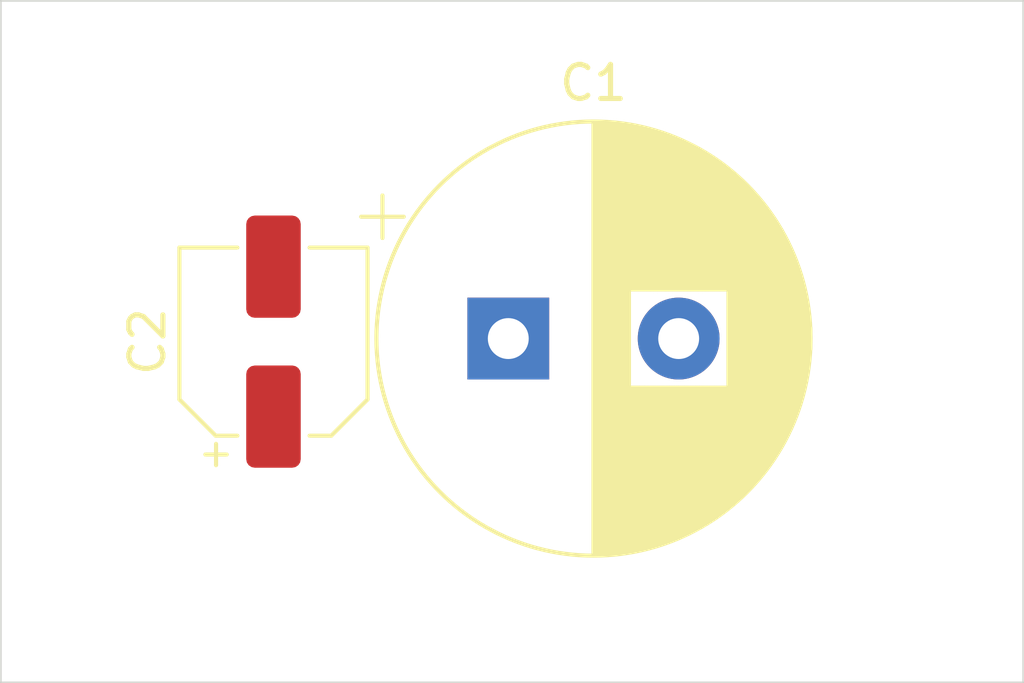
<source format=kicad_pcb>
(kicad_pcb (version 20211014) (generator pcbnew)
  (layers (0 "F.Cu" signal) (31 "B.Cu" signal) (34 "B.Paste" user) (35 "F.Paste" user) (36 "B.SilkS" user "B.Silkscreen") (37 "F.SilkS" user "F.Silkscreen") (38 "B.Mask" user) (39 "F.Mask" user) (44 "Edge.Cuts" user))
  (net 0 "")
  (footprint "Capacitor_SMD:CP_Elec_5x5.7" (layer "F.Cu") (at 108 80 90)
    (fp_text reference "C2" (at 0 -3.7 90) (layer "F.SilkS"))
    (fp_text value "CP_Elec_5x5.7")
    (fp_line (start -2.76 1.695563) (end -1.695563 2.76) (layer "F.SilkS") (width 0.12))
    (fp_line (start -2.76 1.695563) (end -2.76 1.06) (layer "F.SilkS") (width 0.12))
    (fp_line (start -3.625 -1.685) (end -3 -1.685) (layer "F.SilkS") (width 0.12))
    (fp_line (start -2.76 -1.695563) (end -1.695563 -2.76) (layer "F.SilkS") (width 0.12))
    (fp_line (start -1.695563 -2.76) (end 2.76 -2.76) (layer "F.SilkS") (width 0.12))
    (fp_line (start -3.3125 -1.9975) (end -3.3125 -1.3725) (layer "F.SilkS") (width 0.12))
    (fp_line (start -1.695563 2.76) (end 2.76 2.76) (layer "F.SilkS") (width 0.12))
    (fp_line (start 2.76 -2.76) (end 2.76 -1.06) (layer "F.SilkS") (width 0.12))
    (fp_line (start 2.76 2.76) (end 2.76 1.06) (layer "F.SilkS") (width 0.12))
    (fp_line (start -2.76 -1.695563) (end -2.76 -1.06) (layer "F.SilkS") (width 0.12))
    (pad "1" smd roundrect (at -2.2 0 90) (size 3 1.6) (layers "F.Cu" "F.Paste" "F.Mask") (roundrect_rratio 0.15625))
    (pad "2" smd roundrect (at 2.2 0 90) (size 3 1.6) (layers "F.Cu" "F.Paste" "F.Mask") (roundrect_rratio 0.15625))
  )
  (footprint "Capacitor_THT:CP_Radial_D12.5mm_P5.00mm" (layer "F.Cu") (at 114.89 79.91)
    (fp_text reference "C1" (at 2.5 -7.5) (layer "F.SilkS"))
    (fp_text value "CP_Radial_D12.5mm_P5.00mm")
    (fp_line (start 3.661 1.44) (end 3.661 6.224) (layer "F.SilkS") (width 0.12))
    (fp_line (start 5.141 -5.758) (end 5.141 -1.44) (layer "F.SilkS") (width 0.12))
    (fp_line (start 2.98 -6.312) (end 2.98 6.312) (layer "F.SilkS") (width 0.12))
    (fp_line (start 5.301 -5.682) (end 5.301 -1.44) (layer "F.SilkS") (width 0.12))
    (fp_line (start 7.221 -4.238) (end 7.221 4.238) (layer "F.SilkS") (width 0.12))
    (fp_line (start 3.18 -6.294) (end 3.18 6.294) (layer "F.SilkS") (width 0.12))
    (fp_line (start 4.781 -5.908) (end 4.781 -1.44) (layer "F.SilkS") (width 0.12))
    (fp_line (start 4.501 1.44) (end 4.501 6.008) (layer "F.SilkS") (width 0.12))
    (fp_line (start 6.061 -5.243) (end 6.061 -1.44) (layer "F.SilkS") (width 0.12))
    (fp_line (start 5.381 1.44) (end 5.381 5.642) (layer "F.SilkS") (width 0.12))
    (fp_line (start 5.661 -5.491) (end 5.661 -1.44) (layer "F.SilkS") (width 0.12))
    (fp_line (start 8.221 -2.764) (end 8.221 2.764) (layer "F.SilkS") (width 0.12))
    (fp_line (start 6.541 -4.885) (end 6.541 4.885) (layer "F.SilkS") (width 0.12))
    (fp_line (start 6.221 -5.131) (end 6.221 -1.44) (layer "F.SilkS") (width 0.12))
    (fp_line (start 7.781 -3.524) (end 7.781 3.524) (layer "F.SilkS") (width 0.12))
    (fp_line (start 5.861 -5.372) (end 5.861 -1.44) (layer "F.SilkS") (width 0.12))
    (fp_line (start 5.221 -5.721) (end 5.221 -1.44) (layer "F.SilkS") (width 0.12))
    (fp_line (start -4.317082 -3.575) (end -3.067082 -3.575) (layer "F.SilkS") (width 0.12))
    (fp_line (start 5.261 -5.702) (end 5.261 -1.44) (layer "F.SilkS") (width 0.12))
    (fp_line (start 2.82 -6.322) (end 2.82 6.322) (layer "F.SilkS") (width 0.12))
    (fp_line (start 3.821 -6.192) (end 3.821 -1.44) (layer "F.SilkS") (width 0.12))
    (fp_line (start 5.581 -5.536) (end 5.581 -1.44) (layer "F.SilkS") (width 0.12))
    (fp_line (start 4.061 1.44) (end 4.061 6.137) (layer "F.SilkS") (width 0.12))
    (fp_line (start 4.181 1.44) (end 4.181 6.105) (layer "F.SilkS") (width 0.12))
    (fp_line (start 3.381 -6.269) (end 3.381 6.269) (layer "F.SilkS") (width 0.12))
    (fp_line (start 5.781 1.44) (end 5.781 5.421) (layer "F.SilkS") (width 0.12))
    (fp_line (start 3.421 -6.264) (end 3.421 6.264) (layer "F.SilkS") (width 0.12))
    (fp_line (start 7.341 -4.102) (end 7.341 4.102) (layer "F.SilkS") (width 0.12))
    (fp_line (start 6.181 1.44) (end 6.181 5.16) (layer "F.SilkS") (width 0.12))
    (fp_line (start 4.661 -5.953) (end 4.661 -1.44) (layer "F.SilkS") (width 0.12))
    (fp_line (start 7.301 -4.148) (end 7.301 4.148) (layer "F.SilkS") (width 0.12))
    (fp_line (start 4.621 -5.967) (end 4.621 -1.44) (layer "F.SilkS") (width 0.12))
    (fp_line (start 5.901 -5.347) (end 5.901 -1.44) (layer "F.SilkS") (width 0.12))
    (fp_line (start 5.941 1.44) (end 5.941 5.322) (layer "F.SilkS") (width 0.12))
    (fp_line (start 3.1 -6.302) (end 3.1 6.302) (layer "F.SilkS") (width 0.12))
    (fp_line (start 3.541 -6.245) (end 3.541 6.245) (layer "F.SilkS") (width 0.12))
    (fp_line (start 8.861 -0.317) (end 8.861 0.317) (layer "F.SilkS") (width 0.12))
    (fp_line (start 4.261 1.44) (end 4.261 6.083) (layer "F.SilkS") (width 0.12))
    (fp_line (start 3.301 -6.28) (end 3.301 6.28) (layer "F.SilkS") (width 0.12))
    (fp_line (start 7.661 -3.696) (end 7.661 3.696) (layer "F.SilkS") (width 0.12))
    (fp_line (start 8.461 -2.209) (end 8.461 2.209) (layer "F.SilkS") (width 0.12))
    (fp_line (start 4.141 1.44) (end 4.141 6.116) (layer "F.SilkS") (width 0.12))
    (fp_line (start 3.581 -6.238) (end 3.581 -1.44) (layer "F.SilkS") (width 0.12))
    (fp_line (start 5.061 -5.793) (end 5.061 -1.44) (layer "F.SilkS") (width 0.12))
    (fp_line (start 8.341 -2.504) (end 8.341 2.504) (layer "F.SilkS") (width 0.12))
    (fp_line (start 5.181 -5.739) (end 5.181 -1.44) (layer "F.SilkS") (width 0.12))
    (fp_line (start 2.78 -6.324) (end 2.78 6.324) (layer "F.SilkS") (width 0.12))
    (fp_line (start 3.221 -6.29) (end 3.221 6.29) (layer "F.SilkS") (width 0.12))
    (fp_line (start 2.62 -6.329) (end 2.62 6.329) (layer "F.SilkS") (width 0.12))
    (fp_line (start 5.061 1.44) (end 5.061 5.793) (layer "F.SilkS") (width 0.12))
    (fp_line (start 3.02 -6.309) (end 3.02 6.309) (layer "F.SilkS") (width 0.12))
    (fp_line (start 5.461 -5.601) (end 5.461 -1.44) (layer "F.SilkS") (width 0.12))
    (fp_line (start 4.461 -6.021) (end 4.461 -1.44) (layer "F.SilkS") (width 0.12))
    (fp_line (start 6.021 1.44) (end 6.021 5.27) (layer "F.SilkS") (width 0.12))
    (fp_line (start 4.501 -6.008) (end 4.501 -1.44) (layer "F.SilkS") (width 0.12))
    (fp_line (start 4.301 1.44) (end 4.301 6.071) (layer "F.SilkS") (width 0.12))
    (fp_line (start 5.701 -5.468) (end 5.701 -1.44) (layer "F.SilkS") (width 0.12))
    (fp_line (start 4.101 -6.126) (end 4.101 -1.44) (layer "F.SilkS") (width 0.12))
    (fp_line (start 6.301 1.44) (end 6.301 5.073) (layer "F.SilkS") (width 0.12))
    (fp_line (start 8.381 -2.41) (end 8.381 2.41) (layer "F.SilkS") (width 0.12))
    (fp_line (start 8.701 -1.422) (end 8.701 1.422) (layer "F.SilkS") (width 0.12))
    (fp_line (start 5.581 1.44) (end 5.581 5.536) (layer "F.SilkS") (width 0.12))
    (fp_line (start 3.06 -6.306) (end 3.06 6.306) (layer "F.SilkS") (width 0.12))
    (fp_line (start 6.381 -5.012) (end 6.381 -1.44) (layer "F.SilkS") (width 0.12))
    (fp_line (start 5.901 1.44) (end 5.901 5.347) (layer "F.SilkS") (width 0.12))
    (fp_line (start 8.061 -3.069) (end 8.061 3.069) (layer "F.SilkS") (width 0.12))
    (fp_line (start 3.261 -6.285) (end 3.261 6.285) (layer "F.SilkS") (width 0.12))
    (fp_line (start 6.501 -4.918) (end 6.501 4.918) (layer "F.SilkS") (width 0.12))
    (fp_line (start 2.58 -6.33) (end 2.58 6.33) (layer "F.SilkS") (width 0.12))
    (fp_line (start 6.421 -4.982) (end 6.421 -1.44) (layer "F.SilkS") (width 0.12))
    (fp_line (start 3.741 1.44) (end 3.741 6.209) (layer "F.SilkS") (width 0.12))
    (fp_line (start 7.181 -4.282) (end 7.181 4.282) (layer "F.SilkS") (width 0.12))
    (fp_line (start 3.621 1.44) (end 3.621 6.231) (layer "F.SilkS") (width 0.12))
    (fp_line (start 5.341 -5.662) (end 5.341 -1.44) (layer "F.SilkS") (width 0.12))
    (fp_line (start 7.061 -4.408) (end 7.061 4.408) (layer "F.SilkS") (width 0.12))
    (fp_line (start 3.861 1.44) (end 3.861 6.184) (layer "F.SilkS") (width 0.12))
    (fp_line (start 3.781 1.44) (end 3.781 6.201) (layer "F.SilkS") (width 0.12))
    (fp_line (start 8.101 -2.996) (end 8.101 2.996) (layer "F.SilkS") (width 0.12))
    (fp_line (start 6.021 -5.27) (end 6.021 -1.44) (layer "F.SilkS") (width 0.12))
    (fp_line (start 3.901 -6.175) (end 3.901 -1.44) (layer "F.SilkS") (width 0.12))
    (fp_line (start 3.741 -6.209) (end 3.741 -1.44) (layer "F.SilkS") (width 0.12))
    (fp_line (start 5.621 1.44) (end 5.621 5.514) (layer "F.SilkS") (width 0.12))
    (fp_line (start 5.461 1.44) (end 5.461 5.601) (layer "F.SilkS") (width 0.12))
    (fp_line (start 4.741 1.44) (end 4.741 5.924) (layer "F.SilkS") (width 0.12))
    (fp_line (start 7.821 -3.464) (end 7.821 3.464) (layer "F.SilkS") (width 0.12))
    (fp_line (start 6.341 1.44) (end 6.341 5.043) (layer "F.SilkS") (width 0.12))
    (fp_line (start 4.221 -6.094) (end 4.221 -1.44) (layer "F.SilkS") (width 0.12))
    (fp_line (start 7.981 -3.208) (end 7.981 3.208) (layer "F.SilkS") (width 0.12))
    (fp_line (start 7.101 -4.367) (end 7.101 4.367) (layer "F.SilkS") (width 0.12))
    (fp_line (start 6.101 -5.216) (end 6.101 -1.44) (layer "F.SilkS") (width 0.12))
    (fp_line (start 8.781 -1.028) (end 8.781 1.028) (layer "F.SilkS") (width 0.12))
    (fp_line (start 8.541 -1.984) (end 8.541 1.984) (layer "F.SilkS") (width 0.12))
    (fp_line (start 6.461 -4.95) (end 6.461 4.95) (layer "F.SilkS") (width 0.12))
    (fp_line (start 2.94 -6.315) (end 2.94 6.315) (layer "F.SilkS") (width 0.12))
    (fp_line (start 2.5 -6.33) (end 2.5 6.33) (layer "F.SilkS") (width 0.12))
    (fp_line (start 5.821 1.44) (end 5.821 5.397) (layer "F.SilkS") (width 0.12))
    (fp_line (start 4.421 -6.034) (end 4.421 -1.44) (layer "F.SilkS") (width 0.12))
    (fp_line (start 5.701 1.44) (end 5.701 5.468) (layer "F.SilkS") (width 0.12))
    (fp_line (start 7.541 -3.856) (end 7.541 3.856) (layer "F.SilkS") (width 0.12))
    (fp_line (start 5.781 -5.421) (end 5.781 -1.44) (layer "F.SilkS") (width 0.12))
    (fp_line (start 4.981 -5.828) (end 4.981 -1.44) (layer "F.SilkS") (width 0.12))
    (fp_line (start 7.741 -3.583) (end 7.741 3.583) (layer "F.SilkS") (width 0.12))
    (fp_line (start 5.221 1.44) (end 5.221 5.721) (layer "F.SilkS") (width 0.12))
    (fp_line (start 4.101 1.44) (end 4.101 6.126) (layer "F.SilkS") (width 0.12))
    (fp_line (start 5.861 1.44) (end 5.861 5.372) (layer "F.SilkS") (width 0.12))
    (fp_line (start 5.981 -5.296) (end 5.981 -1.44) (layer "F.SilkS") (width 0.12))
    (fp_line (start 6.781 -4.678) (end 6.781 4.678) (layer "F.SilkS") (width 0.12))
    (fp_line (start 6.861 -4.605) (end 6.861 4.605) (layer "F.SilkS") (width 0.12))
    (fp_line (start 4.381 -6.047) (end 4.381 -1.44) (layer "F.SilkS") (width 0.12))
    (fp_line (start 4.621 1.44) (end 4.621 5.967) (layer "F.SilkS") (width 0.12))
    (fp_line (start 5.541 -5.558) (end 5.541 -1.44) (layer "F.SilkS") (width 0.12))
    (fp_line (start 5.501 -5.58) (end 5.501 -1.44) (layer "F.SilkS") (width 0.12))
    (fp_line (start 4.381 1.44) (end 4.381 6.047) (layer "F.SilkS") (width 0.12))
    (fp_line (start 6.141 1.44) (end 6.141 5.188) (layer "F.SilkS") (width 0.12))
    (fp_line (start 7.941 -3.275) (end 7.941 3.275) (layer "F.SilkS") (width 0.12))
    (fp_line (start 8.741 -1.241) (end 8.741 1.241) (layer "F.SilkS") (width 0.12))
    (fp_line (start 6.701 -4.75) (end 6.701 4.75) (layer "F.SilkS") (width 0.12))
    (fp_line (start 5.741 1.44) (end 5.741 5.445) (layer "F.SilkS") (width 0.12))
    (fp_line (start 4.301 -6.071) (end 4.301 -1.44) (layer "F.SilkS") (width 0.12))
    (fp_line (start 6.941 -4.528) (end 6.941 4.528) (layer "F.SilkS") (width 0.12))
    (fp_line (start 5.101 -5.776) (end 5.101 -1.44) (layer "F.SilkS") (width 0.12))
    (fp_line (start 6.821 -4.642) (end 6.821 4.642) (layer "F.SilkS") (width 0.12))
    (fp_line (start 7.861 -3.402) (end 7.861 3.402) (layer "F.SilkS") (width 0.12))
    (fp_line (start 2.74 -6.326) (end 2.74 6.326) (layer "F.SilkS") (width 0.12))
    (fp_line (start 3.901 1.44) (end 3.901 6.175) (layer "F.SilkS") (width 0.12))
    (fp_line (start 4.661 1.44) (end 4.661 5.953) (layer "F.SilkS") (width 0.12))
    (fp_line (start 8.621 -1.728) (end 8.621 1.728) (layer "F.SilkS") (width 0.12))
    (fp_line (start 7.381 -4.055) (end 7.381 4.055) (layer "F.SilkS") (width 0.12))
    (fp_line (start 7.021 -4.449) (end 7.021 4.449) (layer "F.SilkS") (width 0.12))
    (fp_line (start 3.701 1.44) (end 3.701 6.216) (layer "F.SilkS") (width 0.12))
    (fp_line (start 3.821 1.44) (end 3.821 6.192) (layer "F.SilkS") (width 0.12))
    (fp_line (start 4.821 1.44) (end 4.821 5.893) (layer "F.SilkS") (width 0.12))
    (fp_line (start 3.981 -6.156) (end 3.981 -1.44) (layer "F.SilkS") (width 0.12))
    (fp_line (start 3.941 -6.166) (end 3.941 -1.44) (layer "F.SilkS") (width 0.12))
    (fp_line (start 4.581 -5.981) (end 4.581 -1.44) (layer "F.SilkS") (width 0.12))
    (fp_line (start 4.541 1.44) (end 4.541 5.995) (layer "F.SilkS") (width 0.12))
    (fp_line (start 4.541 -5.995) (end 4.541 -1.44) (layer "F.SilkS") (width 0.12))
    (fp_line (start 3.581 1.44) (end 3.581 6.238) (layer "F.SilkS") (width 0.12))
    (fp_line (start 3.14 -6.298) (end 3.14 6.298) (layer "F.SilkS") (width 0.12))
    (fp_line (start 5.821 -5.397) (end 5.821 -1.44) (layer "F.SilkS") (width 0.12))
    (fp_line (start 2.86 -6.32) (end 2.86 6.32) (layer "F.SilkS") (width 0.12))
    (fp_line (start 7.261 -4.194) (end 7.261 4.194) (layer "F.SilkS") (width 0.12))
    (fp_line (start 2.54 -6.33) (end 2.54 6.33) (layer "F.SilkS") (width 0.12))
    (fp_line (start 6.341 -5.043) (end 6.341 -1.44) (layer "F.SilkS") (width 0.12))
    (fp_line (start 4.341 1.44) (end 4.341 6.059) (layer "F.SilkS") (width 0.12))
    (fp_line (start 5.741 -5.445) (end 5.741 -1.44) (layer "F.SilkS") (width 0.12))
    (fp_line (start 4.141 -6.116) (end 4.141 -1.44) (layer "F.SilkS") (width 0.12))
    (fp_line (start 5.501 1.44) (end 5.501 5.58) (layer "F.SilkS") (width 0.12))
    (fp_line (start 6.381 1.44) (end 6.381 5.012) (layer "F.SilkS") (width 0.12))
    (fp_line (start 4.941 1.44) (end 4.941 5.845) (layer "F.SilkS") (width 0.12))
    (fp_line (start 3.661 -6.224) (end 3.661 -1.44) (layer "F.SilkS") (width 0.12))
    (fp_line (start 8.421 -2.312) (end 8.421 2.312) (layer "F.SilkS") (width 0.12))
    (fp_line (start 3.781 -6.201) (end 3.781 -1.44) (layer "F.SilkS") (width 0.12))
    (fp_line (start 3.981 1.44) (end 3.981 6.156) (layer "F.SilkS") (width 0.12))
    (fp_line (start 3.941 1.44) (end 3.941 6.166) (layer "F.SilkS") (width 0.12))
    (fp_line (start 5.341 1.44) (end 5.341 5.662) (layer "F.SilkS") (width 0.12))
    (fp_line (start 6.661 -4.785) (end 6.661 4.785) (layer "F.SilkS") (width 0.12))
    (fp_line (start 6.301 -5.073) (end 6.301 -1.44) (layer "F.SilkS") (width 0.12))
    (fp_line (start 4.021 -6.146) (end 4.021 -1.44) (layer "F.SilkS") (width 0.12))
    (fp_line (start 3.861 -6.184) (end 3.861 -1.44) (layer "F.SilkS") (width 0.12))
    (fp_line (start 3.501 -6.252) (end 3.501 6.252) (layer "F.SilkS") (width 0.12))
    (fp_line (start 7.461 -3.957) (end 7.461 3.957) (layer "F.SilkS") (width 0.12))
    (fp_line (start 8.501 -2.1) (end 8.501 2.1) (layer "F.SilkS") (width 0.12))
    (fp_line (start 4.221 1.44) (end 4.221 6.094) (layer "F.SilkS") (width 0.12))
    (fp_line (start 8.141 -2.921) (end 8.141 2.921) (layer "F.SilkS") (width 0.12))
    (fp_line (start 8.821 -0.757) (end 8.821 0.757) (layer "F.SilkS") (width 0.12))
    (fp_line (start 7.421 -4.007) (end 7.421 4.007) (layer "F.SilkS") (width 0.12))
    (fp_line (start 5.141 1.44) (end 5.141 5.758) (layer "F.SilkS") (width 0.12))
    (fp_line (start 5.301 1.44) (end 5.301 5.682) (layer "F.SilkS") (width 0.12))
    (fp_line (start 4.021 1.44) (end 4.021 6.146) (layer "F.SilkS") (width 0.12))
    (fp_line (start 5.261 1.44) (end 5.261 5.702) (layer "F.SilkS") (width 0.12))
    (fp_line (start 5.421 1.44) (end 5.421 5.622) (layer "F.SilkS") (width 0.12))
    (fp_line (start 4.701 -5.939) (end 4.701 -1.44) (layer "F.SilkS") (width 0.12))
    (fp_line (start 4.781 1.44) (end 4.781 5.908) (layer "F.SilkS") (width 0.12))
    (fp_line (start 4.901 -5.861) (end 4.901 -1.44) (layer "F.SilkS") (width 0.12))
    (fp_line (start 7.901 -3.339) (end 7.901 3.339) (layer "F.SilkS") (width 0.12))
    (fp_line (start 5.021 1.44) (end 5.021 5.811) (layer "F.SilkS") (width 0.12))
    (fp_line (start 4.741 -5.924) (end 4.741 -1.44) (layer "F.SilkS") (width 0.12))
    (fp_line (start 4.421 1.44) (end 4.421 6.034) (layer "F.SilkS") (width 0.12))
    (fp_line (start 5.621 -5.514) (end 5.621 -1.44) (layer "F.SilkS") (width 0.12))
    (fp_line (start 4.061 -6.137) (end 4.061 -1.44) (layer "F.SilkS") (width 0.12))
    (fp_line (start 4.341 -6.059) (end 4.341 -1.44) (layer "F.SilkS") (width 0.12))
    (fp_line (start 5.021 -5.811) (end 5.021 -1.44) (layer "F.SilkS") (width 0.12))
    (fp_line (start 8.021 -3.14) (end 8.021 3.14) (layer "F.SilkS") (width 0.12))
    (fp_line (start 6.981 -4.489) (end 6.981 4.489) (layer "F.SilkS") (width 0.12))
    (fp_line (start 4.901 1.44) (end 4.901 5.861) (layer "F.SilkS") (width 0.12))
    (fp_line (start 7.581 -3.804) (end 7.581 3.804) (layer "F.SilkS") (width 0.12))
    (fp_line (start -3.692082 -4.2) (end -3.692082 -2.95) (layer "F.SilkS") (width 0.12))
    (fp_line (start 6.741 -4.714) (end 6.741 4.714) (layer "F.SilkS") (width 0.12))
    (fp_line (start 2.66 -6.328) (end 2.66 6.328) (layer "F.SilkS") (width 0.12))
    (fp_line (start 6.221 1.44) (end 6.221 5.131) (layer "F.SilkS") (width 0.12))
    (fp_line (start 6.061 1.44) (end 6.061 5.243) (layer "F.SilkS") (width 0.12))
    (fp_line (start 4.461 1.44) (end 4.461 6.021) (layer "F.SilkS") (width 0.12))
    (fp_line (start 4.821 -5.893) (end 4.821 -1.44) (layer "F.SilkS") (width 0.12))
    (fp_line (start 3.341 -6.275) (end 3.341 6.275) (layer "F.SilkS") (width 0.12))
    (fp_line (start 5.101 1.44) (end 5.101 5.776) (layer "F.SilkS") (width 0.12))
    (fp_line (start 8.661 -1.583) (end 8.661 1.583) (layer "F.SilkS") (width 0.12))
    (fp_line (start 8.181 -2.844) (end 8.181 2.844) (layer "F.SilkS") (width 0.12))
    (fp_line (start 2.9 -6.318) (end 2.9 6.318) (layer "F.SilkS") (width 0.12))
    (fp_line (start 4.701 1.44) (end 4.701 5.939) (layer "F.SilkS") (width 0.12))
    (fp_line (start 5.661 1.44) (end 5.661 5.491) (layer "F.SilkS") (width 0.12))
    (fp_line (start 6.261 -5.102) (end 6.261 -1.44) (layer "F.SilkS") (width 0.12))
    (fp_line (start 3.621 -6.231) (end 3.621 -1.44) (layer "F.SilkS") (width 0.12))
    (fp_line (start 3.701 -6.216) (end 3.701 -1.44) (layer "F.SilkS") (width 0.12))
    (fp_line (start 2.7 -6.327) (end 2.7 6.327) (layer "F.SilkS") (width 0.12))
    (fp_line (start 3.461 -6.258) (end 3.461 6.258) (layer "F.SilkS") (width 0.12))
    (fp_line (start 6.261 1.44) (end 6.261 5.102) (layer "F.SilkS") (width 0.12))
    (fp_line (start 4.861 -5.877) (end 4.861 -1.44) (layer "F.SilkS") (width 0.12))
    (fp_line (start 5.181 1.44) (end 5.181 5.739) (layer "F.SilkS") (width 0.12))
    (fp_line (start 7.141 -4.325) (end 7.141 4.325) (layer "F.SilkS") (width 0.12))
    (fp_line (start 6.101 1.44) (end 6.101 5.216) (layer "F.SilkS") (width 0.12))
    (fp_line (start 7.621 -3.75) (end 7.621 3.75) (layer "F.SilkS") (width 0.12))
    (fp_line (start 6.581 -4.852) (end 6.581 4.852) (layer "F.SilkS") (width 0.12))
    (fp_line (start 4.181 -6.105) (end 4.181 -1.44) (layer "F.SilkS") (width 0.12))
    (fp_line (start 6.181 -5.16) (end 6.181 -1.44) (layer "F.SilkS") (width 0.12))
    (fp_line (start 7.501 -3.907) (end 7.501 3.907) (layer "F.SilkS") (width 0.12))
    (fp_line (start 4.861 1.44) (end 4.861 5.877) (layer "F.SilkS") (width 0.12))
    (fp_line (start 4.581 1.44) (end 4.581 5.981) (layer "F.SilkS") (width 0.12))
    (fp_line (start 8.301 -2.594) (end 8.301 2.594) (layer "F.SilkS") (width 0.12))
    (fp_line (start 5.381 -5.642) (end 5.381 -1.44) (layer "F.SilkS") (width 0.12))
    (fp_line (start 6.141 -5.188) (end 6.141 -1.44) (layer "F.SilkS") (width 0.12))
    (fp_line (start 8.581 -1.861) (end 8.581 1.861) (layer "F.SilkS") (width 0.12))
    (fp_line (start 8.261 -2.681) (end 8.261 2.681) (layer "F.SilkS") (width 0.12))
    (fp_line (start 7.701 -3.64) (end 7.701 3.64) (layer "F.SilkS") (width 0.12))
    (fp_line (start 6.621 -4.819) (end 6.621 4.819) (layer "F.SilkS") (width 0.12))
    (fp_line (start 5.941 -5.322) (end 5.941 -1.44) (layer "F.SilkS") (width 0.12))
    (fp_line (start 5.981 1.44) (end 5.981 5.296) (layer "F.SilkS") (width 0.12))
    (fp_line (start 4.261 -6.083) (end 4.261 -1.44) (layer "F.SilkS") (width 0.12))
    (fp_line (start 6.901 -4.567) (end 6.901 4.567) (layer "F.SilkS") (width 0.12))
    (fp_line (start 6.421 1.44) (end 6.421 4.982) (layer "F.SilkS") (width 0.12))
    (fp_line (start 4.981 1.44) (end 4.981 5.828) (layer "F.SilkS") (width 0.12))
    (fp_line (start 5.541 1.44) (end 5.541 5.558) (layer "F.SilkS") (width 0.12))
    (fp_line (start 4.941 -5.845) (end 4.941 -1.44) (layer "F.SilkS") (width 0.12))
    (fp_line (start 5.421 -5.622) (end 5.421 -1.44) (layer "F.SilkS") (width 0.12))
    (fp_circle (center 2.5 0) (end 8.87 0) (layer "F.SilkS") (width 0.12) (fill none))
    (pad "1" thru_hole rect (at 0 0) (size 2.4 2.4) (drill 1.2) (layers *.Cu *.Mask))
    (pad "2" thru_hole circle (at 5 0) (size 2.4 2.4) (drill 1.2) (layers *.Cu *.Mask))
  )
  (gr_line (start 100 90) (end 100 70) (layer "Edge.Cuts") (width 0.05))
  (gr_line (start 100 70) (end 130 70) (layer "Edge.Cuts") (width 0.05))
  (gr_line (start 130 70) (end 130 90) (layer "Edge.Cuts") (width 0.05))
  (gr_line (start 130 90) (end 100 90) (layer "Edge.Cuts") (width 0.05))
)
</source>
